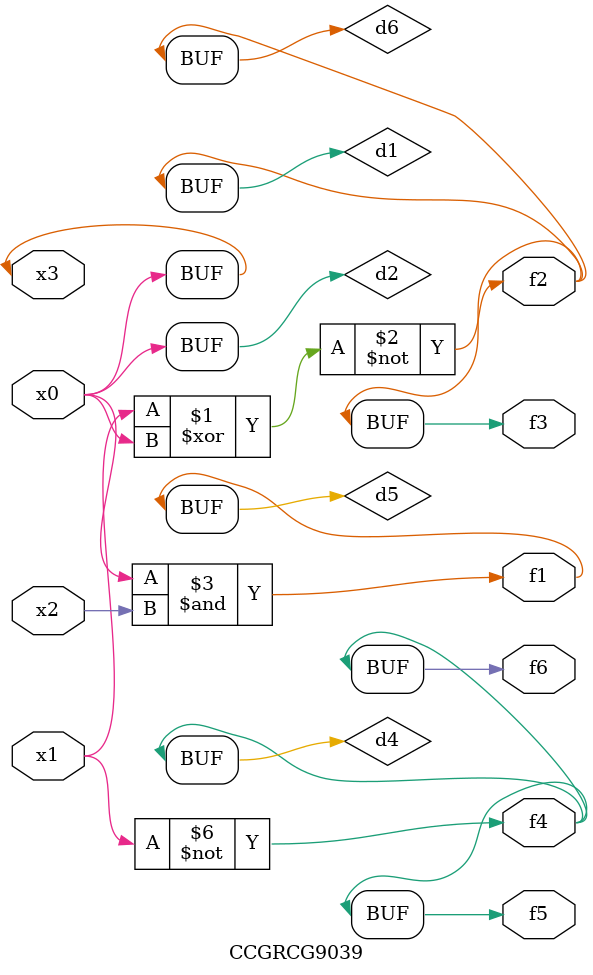
<source format=v>
module CCGRCG9039(
	input x0, x1, x2, x3,
	output f1, f2, f3, f4, f5, f6
);

	wire d1, d2, d3, d4, d5, d6;

	xnor (d1, x1, x3);
	buf (d2, x0, x3);
	nand (d3, x0, x2);
	not (d4, x1);
	nand (d5, d3);
	or (d6, d1);
	assign f1 = d5;
	assign f2 = d6;
	assign f3 = d6;
	assign f4 = d4;
	assign f5 = d4;
	assign f6 = d4;
endmodule

</source>
